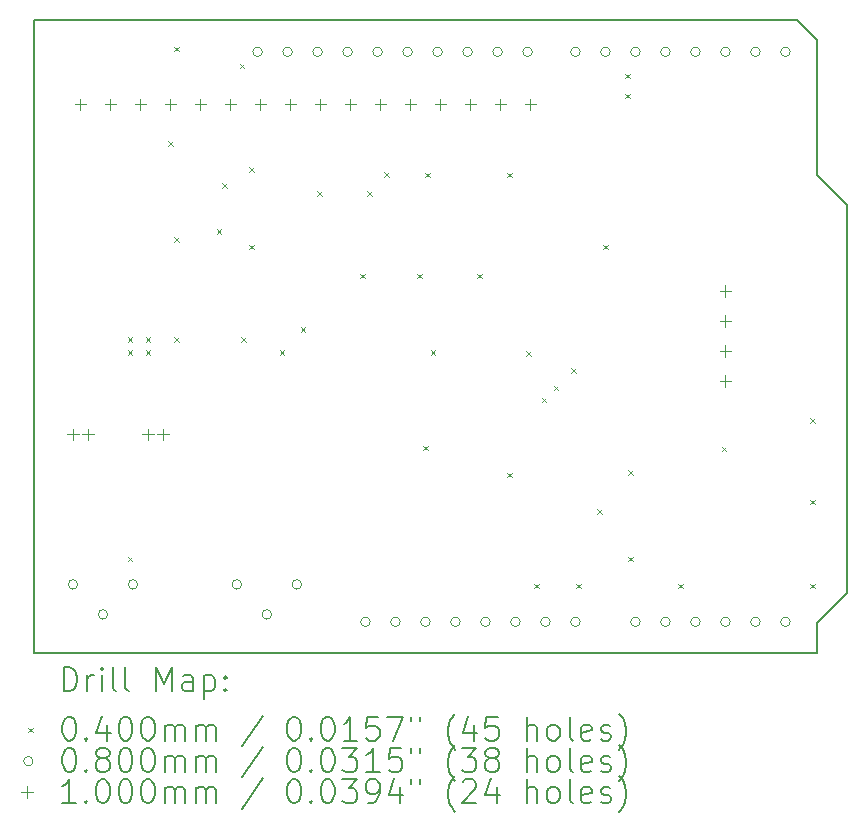
<source format=gbr>
%TF.GenerationSoftware,KiCad,Pcbnew,6.0.11-2627ca5db0~126~ubuntu20.04.1*%
%TF.CreationDate,2023-03-17T11:40:46+01:00*%
%TF.ProjectId,shield_a,73686965-6c64-45f6-912e-6b696361645f,2.0.1*%
%TF.SameCoordinates,Original*%
%TF.FileFunction,Drillmap*%
%TF.FilePolarity,Positive*%
%FSLAX45Y45*%
G04 Gerber Fmt 4.5, Leading zero omitted, Abs format (unit mm)*
G04 Created by KiCad (PCBNEW 6.0.11-2627ca5db0~126~ubuntu20.04.1) date 2023-03-17 11:40:46*
%MOMM*%
%LPD*%
G01*
G04 APERTURE LIST*
%ADD10C,0.150000*%
%ADD11C,0.200000*%
%ADD12C,0.040000*%
%ADD13C,0.080000*%
%ADD14C,0.100000*%
G04 APERTURE END LIST*
D10*
X10782300Y-6337300D02*
X10782300Y-11696700D01*
X17665700Y-7899400D02*
X17411700Y-7645400D01*
X10782300Y-11696700D02*
X17411700Y-11696700D01*
X17246600Y-6337300D02*
X10782300Y-6337300D01*
X17411700Y-7645400D02*
X17411700Y-6502400D01*
X17411700Y-11442700D02*
X17665700Y-11188700D01*
X17411700Y-11696700D02*
X17411700Y-11442700D01*
X17665700Y-11188700D02*
X17665700Y-7899400D01*
X17411700Y-6502400D02*
X17246600Y-6337300D01*
D11*
D12*
X11574540Y-9020000D02*
X11614540Y-9060000D01*
X11614540Y-9020000D02*
X11574540Y-9060000D01*
X11574540Y-9130000D02*
X11614540Y-9170000D01*
X11614540Y-9130000D02*
X11574540Y-9170000D01*
X11574540Y-10876600D02*
X11614540Y-10916600D01*
X11614540Y-10876600D02*
X11574540Y-10916600D01*
X11727500Y-9020000D02*
X11767500Y-9060000D01*
X11767500Y-9020000D02*
X11727500Y-9060000D01*
X11727500Y-9130000D02*
X11767500Y-9170000D01*
X11767500Y-9130000D02*
X11727500Y-9170000D01*
X11918000Y-7358600D02*
X11958000Y-7398600D01*
X11958000Y-7358600D02*
X11918000Y-7398600D01*
X11968800Y-6558600D02*
X12008800Y-6598600D01*
X12008800Y-6558600D02*
X11968800Y-6598600D01*
X11970800Y-8174710D02*
X12010800Y-8214710D01*
X12010800Y-8174710D02*
X11970800Y-8214710D01*
X11970800Y-9020000D02*
X12010800Y-9060000D01*
X12010800Y-9020000D02*
X11970800Y-9060000D01*
X12329531Y-8105000D02*
X12369531Y-8145000D01*
X12369531Y-8105000D02*
X12329531Y-8145000D01*
X12375200Y-7714300D02*
X12415200Y-7754300D01*
X12415200Y-7714300D02*
X12375200Y-7754300D01*
X12523640Y-6704110D02*
X12563640Y-6744110D01*
X12563640Y-6704110D02*
X12523640Y-6744110D01*
X12533750Y-9020000D02*
X12573750Y-9060000D01*
X12573750Y-9020000D02*
X12533750Y-9060000D01*
X12602810Y-7581780D02*
X12642810Y-7621780D01*
X12642810Y-7581780D02*
X12602810Y-7621780D01*
X12602810Y-8235000D02*
X12642810Y-8275000D01*
X12642810Y-8235000D02*
X12602810Y-8275000D01*
X12861740Y-9130000D02*
X12901740Y-9170000D01*
X12901740Y-9130000D02*
X12861740Y-9170000D01*
X13040000Y-8935050D02*
X13080000Y-8975050D01*
X13080000Y-8935050D02*
X13040000Y-8975050D01*
X13180000Y-7783220D02*
X13220000Y-7823220D01*
X13220000Y-7783220D02*
X13180000Y-7823220D01*
X13543600Y-8480000D02*
X13583600Y-8520000D01*
X13583600Y-8480000D02*
X13543600Y-8520000D01*
X13603690Y-7783220D02*
X13643690Y-7823220D01*
X13643690Y-7783220D02*
X13603690Y-7823220D01*
X13749730Y-7620230D02*
X13789730Y-7660230D01*
X13789730Y-7620230D02*
X13749730Y-7660230D01*
X14026200Y-8480000D02*
X14066200Y-8520000D01*
X14066200Y-8480000D02*
X14026200Y-8520000D01*
X14077000Y-9936800D02*
X14117000Y-9976800D01*
X14117000Y-9936800D02*
X14077000Y-9976800D01*
X14093470Y-7624810D02*
X14133470Y-7664810D01*
X14133470Y-7624810D02*
X14093470Y-7664810D01*
X14140500Y-9130000D02*
X14180500Y-9170000D01*
X14180500Y-9130000D02*
X14140500Y-9170000D01*
X14534200Y-8480000D02*
X14574200Y-8520000D01*
X14574200Y-8480000D02*
X14534200Y-8520000D01*
X14788200Y-7624810D02*
X14828200Y-7664810D01*
X14828200Y-7624810D02*
X14788200Y-7664810D01*
X14788200Y-10165400D02*
X14828200Y-10205400D01*
X14828200Y-10165400D02*
X14788200Y-10205400D01*
X14948311Y-9137711D02*
X14988311Y-9177711D01*
X14988311Y-9137711D02*
X14948311Y-9177711D01*
X15016800Y-11105200D02*
X15056800Y-11145200D01*
X15056800Y-11105200D02*
X15016800Y-11145200D01*
X15080000Y-9530000D02*
X15120000Y-9570000D01*
X15120000Y-9530000D02*
X15080000Y-9570000D01*
X15182210Y-9430000D02*
X15222210Y-9470000D01*
X15222210Y-9430000D02*
X15182210Y-9470000D01*
X15330000Y-9280000D02*
X15370000Y-9320000D01*
X15370000Y-9280000D02*
X15330000Y-9320000D01*
X15372400Y-11105200D02*
X15412400Y-11145200D01*
X15412400Y-11105200D02*
X15372400Y-11145200D01*
X15552050Y-10475000D02*
X15592050Y-10515000D01*
X15592050Y-10475000D02*
X15552050Y-10515000D01*
X15601000Y-8235000D02*
X15641000Y-8275000D01*
X15641000Y-8235000D02*
X15601000Y-8275000D01*
X15784890Y-6787200D02*
X15824890Y-6827200D01*
X15824890Y-6787200D02*
X15784890Y-6827200D01*
X15784890Y-6957190D02*
X15824890Y-6997190D01*
X15824890Y-6957190D02*
X15784890Y-6997190D01*
X15815570Y-10147000D02*
X15855570Y-10187000D01*
X15855570Y-10147000D02*
X15815570Y-10187000D01*
X15815570Y-10876600D02*
X15855570Y-10916600D01*
X15855570Y-10876600D02*
X15815570Y-10916600D01*
X16236000Y-11105200D02*
X16276000Y-11145200D01*
X16276000Y-11105200D02*
X16236000Y-11145200D01*
X16605000Y-9945000D02*
X16645000Y-9985000D01*
X16645000Y-9945000D02*
X16605000Y-9985000D01*
X17355000Y-9705000D02*
X17395000Y-9745000D01*
X17395000Y-9705000D02*
X17355000Y-9745000D01*
X17355000Y-10394000D02*
X17395000Y-10434000D01*
X17395000Y-10394000D02*
X17355000Y-10434000D01*
X17355000Y-11105200D02*
X17395000Y-11145200D01*
X17395000Y-11105200D02*
X17355000Y-11145200D01*
D13*
X11152500Y-11112500D02*
G75*
G03*
X11152500Y-11112500I-40000J0D01*
G01*
X11406500Y-11366500D02*
G75*
G03*
X11406500Y-11366500I-40000J0D01*
G01*
X11660500Y-11112500D02*
G75*
G03*
X11660500Y-11112500I-40000J0D01*
G01*
X12540000Y-11112500D02*
G75*
G03*
X12540000Y-11112500I-40000J0D01*
G01*
X12715000Y-6604000D02*
G75*
G03*
X12715000Y-6604000I-40000J0D01*
G01*
X12794000Y-11366500D02*
G75*
G03*
X12794000Y-11366500I-40000J0D01*
G01*
X12969000Y-6604000D02*
G75*
G03*
X12969000Y-6604000I-40000J0D01*
G01*
X13048000Y-11112500D02*
G75*
G03*
X13048000Y-11112500I-40000J0D01*
G01*
X13223000Y-6604000D02*
G75*
G03*
X13223000Y-6604000I-40000J0D01*
G01*
X13477000Y-6604000D02*
G75*
G03*
X13477000Y-6604000I-40000J0D01*
G01*
X13629000Y-11430000D02*
G75*
G03*
X13629000Y-11430000I-40000J0D01*
G01*
X13731000Y-6604000D02*
G75*
G03*
X13731000Y-6604000I-40000J0D01*
G01*
X13883000Y-11430000D02*
G75*
G03*
X13883000Y-11430000I-40000J0D01*
G01*
X13985000Y-6604000D02*
G75*
G03*
X13985000Y-6604000I-40000J0D01*
G01*
X14137000Y-11430000D02*
G75*
G03*
X14137000Y-11430000I-40000J0D01*
G01*
X14239000Y-6604000D02*
G75*
G03*
X14239000Y-6604000I-40000J0D01*
G01*
X14391000Y-11430000D02*
G75*
G03*
X14391000Y-11430000I-40000J0D01*
G01*
X14493000Y-6604000D02*
G75*
G03*
X14493000Y-6604000I-40000J0D01*
G01*
X14645000Y-11430000D02*
G75*
G03*
X14645000Y-11430000I-40000J0D01*
G01*
X14747000Y-6604000D02*
G75*
G03*
X14747000Y-6604000I-40000J0D01*
G01*
X14899000Y-11430000D02*
G75*
G03*
X14899000Y-11430000I-40000J0D01*
G01*
X15001000Y-6604000D02*
G75*
G03*
X15001000Y-6604000I-40000J0D01*
G01*
X15153000Y-11430000D02*
G75*
G03*
X15153000Y-11430000I-40000J0D01*
G01*
X15407000Y-6604000D02*
G75*
G03*
X15407000Y-6604000I-40000J0D01*
G01*
X15407000Y-11430000D02*
G75*
G03*
X15407000Y-11430000I-40000J0D01*
G01*
X15661000Y-6604000D02*
G75*
G03*
X15661000Y-6604000I-40000J0D01*
G01*
X15915000Y-6604000D02*
G75*
G03*
X15915000Y-6604000I-40000J0D01*
G01*
X15915000Y-11430000D02*
G75*
G03*
X15915000Y-11430000I-40000J0D01*
G01*
X16169000Y-6604000D02*
G75*
G03*
X16169000Y-6604000I-40000J0D01*
G01*
X16169000Y-11430000D02*
G75*
G03*
X16169000Y-11430000I-40000J0D01*
G01*
X16423000Y-6604000D02*
G75*
G03*
X16423000Y-6604000I-40000J0D01*
G01*
X16423000Y-11430000D02*
G75*
G03*
X16423000Y-11430000I-40000J0D01*
G01*
X16677000Y-6604000D02*
G75*
G03*
X16677000Y-6604000I-40000J0D01*
G01*
X16677000Y-11430000D02*
G75*
G03*
X16677000Y-11430000I-40000J0D01*
G01*
X16931000Y-6604000D02*
G75*
G03*
X16931000Y-6604000I-40000J0D01*
G01*
X16931000Y-11430000D02*
G75*
G03*
X16931000Y-11430000I-40000J0D01*
G01*
X17185000Y-6604000D02*
G75*
G03*
X17185000Y-6604000I-40000J0D01*
G01*
X17185000Y-11430000D02*
G75*
G03*
X17185000Y-11430000I-40000J0D01*
G01*
D14*
X11112500Y-9792500D02*
X11112500Y-9892500D01*
X11062500Y-9842500D02*
X11162500Y-9842500D01*
X11176000Y-6998500D02*
X11176000Y-7098500D01*
X11126000Y-7048500D02*
X11226000Y-7048500D01*
X11239500Y-9792500D02*
X11239500Y-9892500D01*
X11189500Y-9842500D02*
X11289500Y-9842500D01*
X11430000Y-6998500D02*
X11430000Y-7098500D01*
X11380000Y-7048500D02*
X11480000Y-7048500D01*
X11684000Y-6998500D02*
X11684000Y-7098500D01*
X11634000Y-7048500D02*
X11734000Y-7048500D01*
X11747500Y-9792500D02*
X11747500Y-9892500D01*
X11697500Y-9842500D02*
X11797500Y-9842500D01*
X11872500Y-9792500D02*
X11872500Y-9892500D01*
X11822500Y-9842500D02*
X11922500Y-9842500D01*
X11938000Y-6998500D02*
X11938000Y-7098500D01*
X11888000Y-7048500D02*
X11988000Y-7048500D01*
X12192000Y-6998500D02*
X12192000Y-7098500D01*
X12142000Y-7048500D02*
X12242000Y-7048500D01*
X12446000Y-6998500D02*
X12446000Y-7098500D01*
X12396000Y-7048500D02*
X12496000Y-7048500D01*
X12700000Y-6998500D02*
X12700000Y-7098500D01*
X12650000Y-7048500D02*
X12750000Y-7048500D01*
X12954000Y-6998500D02*
X12954000Y-7098500D01*
X12904000Y-7048500D02*
X13004000Y-7048500D01*
X13208000Y-6998500D02*
X13208000Y-7098500D01*
X13158000Y-7048500D02*
X13258000Y-7048500D01*
X13462000Y-6998500D02*
X13462000Y-7098500D01*
X13412000Y-7048500D02*
X13512000Y-7048500D01*
X13716000Y-6998500D02*
X13716000Y-7098500D01*
X13666000Y-7048500D02*
X13766000Y-7048500D01*
X13970000Y-6998500D02*
X13970000Y-7098500D01*
X13920000Y-7048500D02*
X14020000Y-7048500D01*
X14224000Y-6998500D02*
X14224000Y-7098500D01*
X14174000Y-7048500D02*
X14274000Y-7048500D01*
X14478000Y-6998500D02*
X14478000Y-7098500D01*
X14428000Y-7048500D02*
X14528000Y-7048500D01*
X14732000Y-6998500D02*
X14732000Y-7098500D01*
X14682000Y-7048500D02*
X14782000Y-7048500D01*
X14986000Y-6998500D02*
X14986000Y-7098500D01*
X14936000Y-7048500D02*
X15036000Y-7048500D01*
X16637000Y-8580000D02*
X16637000Y-8680000D01*
X16587000Y-8630000D02*
X16687000Y-8630000D01*
X16637000Y-8834000D02*
X16637000Y-8934000D01*
X16587000Y-8884000D02*
X16687000Y-8884000D01*
X16637000Y-9088000D02*
X16637000Y-9188000D01*
X16587000Y-9138000D02*
X16687000Y-9138000D01*
X16637000Y-9342000D02*
X16637000Y-9442000D01*
X16587000Y-9392000D02*
X16687000Y-9392000D01*
D11*
X11032419Y-12014676D02*
X11032419Y-11814676D01*
X11080038Y-11814676D01*
X11108610Y-11824200D01*
X11127657Y-11843248D01*
X11137181Y-11862295D01*
X11146705Y-11900390D01*
X11146705Y-11928962D01*
X11137181Y-11967057D01*
X11127657Y-11986105D01*
X11108610Y-12005152D01*
X11080038Y-12014676D01*
X11032419Y-12014676D01*
X11232419Y-12014676D02*
X11232419Y-11881343D01*
X11232419Y-11919438D02*
X11241943Y-11900390D01*
X11251467Y-11890867D01*
X11270514Y-11881343D01*
X11289562Y-11881343D01*
X11356228Y-12014676D02*
X11356228Y-11881343D01*
X11356228Y-11814676D02*
X11346705Y-11824200D01*
X11356228Y-11833724D01*
X11365752Y-11824200D01*
X11356228Y-11814676D01*
X11356228Y-11833724D01*
X11480038Y-12014676D02*
X11460990Y-12005152D01*
X11451467Y-11986105D01*
X11451467Y-11814676D01*
X11584800Y-12014676D02*
X11565752Y-12005152D01*
X11556228Y-11986105D01*
X11556228Y-11814676D01*
X11813371Y-12014676D02*
X11813371Y-11814676D01*
X11880038Y-11957533D01*
X11946705Y-11814676D01*
X11946705Y-12014676D01*
X12127657Y-12014676D02*
X12127657Y-11909914D01*
X12118133Y-11890867D01*
X12099086Y-11881343D01*
X12060990Y-11881343D01*
X12041943Y-11890867D01*
X12127657Y-12005152D02*
X12108609Y-12014676D01*
X12060990Y-12014676D01*
X12041943Y-12005152D01*
X12032419Y-11986105D01*
X12032419Y-11967057D01*
X12041943Y-11948009D01*
X12060990Y-11938486D01*
X12108609Y-11938486D01*
X12127657Y-11928962D01*
X12222895Y-11881343D02*
X12222895Y-12081343D01*
X12222895Y-11890867D02*
X12241943Y-11881343D01*
X12280038Y-11881343D01*
X12299086Y-11890867D01*
X12308609Y-11900390D01*
X12318133Y-11919438D01*
X12318133Y-11976581D01*
X12308609Y-11995628D01*
X12299086Y-12005152D01*
X12280038Y-12014676D01*
X12241943Y-12014676D01*
X12222895Y-12005152D01*
X12403848Y-11995628D02*
X12413371Y-12005152D01*
X12403848Y-12014676D01*
X12394324Y-12005152D01*
X12403848Y-11995628D01*
X12403848Y-12014676D01*
X12403848Y-11890867D02*
X12413371Y-11900390D01*
X12403848Y-11909914D01*
X12394324Y-11900390D01*
X12403848Y-11890867D01*
X12403848Y-11909914D01*
D12*
X10734800Y-12324200D02*
X10774800Y-12364200D01*
X10774800Y-12324200D02*
X10734800Y-12364200D01*
D11*
X11070514Y-12234676D02*
X11089562Y-12234676D01*
X11108610Y-12244200D01*
X11118133Y-12253724D01*
X11127657Y-12272771D01*
X11137181Y-12310867D01*
X11137181Y-12358486D01*
X11127657Y-12396581D01*
X11118133Y-12415628D01*
X11108610Y-12425152D01*
X11089562Y-12434676D01*
X11070514Y-12434676D01*
X11051467Y-12425152D01*
X11041943Y-12415628D01*
X11032419Y-12396581D01*
X11022895Y-12358486D01*
X11022895Y-12310867D01*
X11032419Y-12272771D01*
X11041943Y-12253724D01*
X11051467Y-12244200D01*
X11070514Y-12234676D01*
X11222895Y-12415628D02*
X11232419Y-12425152D01*
X11222895Y-12434676D01*
X11213371Y-12425152D01*
X11222895Y-12415628D01*
X11222895Y-12434676D01*
X11403848Y-12301343D02*
X11403848Y-12434676D01*
X11356228Y-12225152D02*
X11308609Y-12368009D01*
X11432419Y-12368009D01*
X11546705Y-12234676D02*
X11565752Y-12234676D01*
X11584800Y-12244200D01*
X11594324Y-12253724D01*
X11603848Y-12272771D01*
X11613371Y-12310867D01*
X11613371Y-12358486D01*
X11603848Y-12396581D01*
X11594324Y-12415628D01*
X11584800Y-12425152D01*
X11565752Y-12434676D01*
X11546705Y-12434676D01*
X11527657Y-12425152D01*
X11518133Y-12415628D01*
X11508609Y-12396581D01*
X11499086Y-12358486D01*
X11499086Y-12310867D01*
X11508609Y-12272771D01*
X11518133Y-12253724D01*
X11527657Y-12244200D01*
X11546705Y-12234676D01*
X11737181Y-12234676D02*
X11756228Y-12234676D01*
X11775276Y-12244200D01*
X11784800Y-12253724D01*
X11794324Y-12272771D01*
X11803848Y-12310867D01*
X11803848Y-12358486D01*
X11794324Y-12396581D01*
X11784800Y-12415628D01*
X11775276Y-12425152D01*
X11756228Y-12434676D01*
X11737181Y-12434676D01*
X11718133Y-12425152D01*
X11708609Y-12415628D01*
X11699086Y-12396581D01*
X11689562Y-12358486D01*
X11689562Y-12310867D01*
X11699086Y-12272771D01*
X11708609Y-12253724D01*
X11718133Y-12244200D01*
X11737181Y-12234676D01*
X11889562Y-12434676D02*
X11889562Y-12301343D01*
X11889562Y-12320390D02*
X11899086Y-12310867D01*
X11918133Y-12301343D01*
X11946705Y-12301343D01*
X11965752Y-12310867D01*
X11975276Y-12329914D01*
X11975276Y-12434676D01*
X11975276Y-12329914D02*
X11984800Y-12310867D01*
X12003848Y-12301343D01*
X12032419Y-12301343D01*
X12051467Y-12310867D01*
X12060990Y-12329914D01*
X12060990Y-12434676D01*
X12156228Y-12434676D02*
X12156228Y-12301343D01*
X12156228Y-12320390D02*
X12165752Y-12310867D01*
X12184800Y-12301343D01*
X12213371Y-12301343D01*
X12232419Y-12310867D01*
X12241943Y-12329914D01*
X12241943Y-12434676D01*
X12241943Y-12329914D02*
X12251467Y-12310867D01*
X12270514Y-12301343D01*
X12299086Y-12301343D01*
X12318133Y-12310867D01*
X12327657Y-12329914D01*
X12327657Y-12434676D01*
X12718133Y-12225152D02*
X12546705Y-12482295D01*
X12975276Y-12234676D02*
X12994324Y-12234676D01*
X13013371Y-12244200D01*
X13022895Y-12253724D01*
X13032419Y-12272771D01*
X13041943Y-12310867D01*
X13041943Y-12358486D01*
X13032419Y-12396581D01*
X13022895Y-12415628D01*
X13013371Y-12425152D01*
X12994324Y-12434676D01*
X12975276Y-12434676D01*
X12956228Y-12425152D01*
X12946705Y-12415628D01*
X12937181Y-12396581D01*
X12927657Y-12358486D01*
X12927657Y-12310867D01*
X12937181Y-12272771D01*
X12946705Y-12253724D01*
X12956228Y-12244200D01*
X12975276Y-12234676D01*
X13127657Y-12415628D02*
X13137181Y-12425152D01*
X13127657Y-12434676D01*
X13118133Y-12425152D01*
X13127657Y-12415628D01*
X13127657Y-12434676D01*
X13260990Y-12234676D02*
X13280038Y-12234676D01*
X13299086Y-12244200D01*
X13308609Y-12253724D01*
X13318133Y-12272771D01*
X13327657Y-12310867D01*
X13327657Y-12358486D01*
X13318133Y-12396581D01*
X13308609Y-12415628D01*
X13299086Y-12425152D01*
X13280038Y-12434676D01*
X13260990Y-12434676D01*
X13241943Y-12425152D01*
X13232419Y-12415628D01*
X13222895Y-12396581D01*
X13213371Y-12358486D01*
X13213371Y-12310867D01*
X13222895Y-12272771D01*
X13232419Y-12253724D01*
X13241943Y-12244200D01*
X13260990Y-12234676D01*
X13518133Y-12434676D02*
X13403848Y-12434676D01*
X13460990Y-12434676D02*
X13460990Y-12234676D01*
X13441943Y-12263248D01*
X13422895Y-12282295D01*
X13403848Y-12291819D01*
X13699086Y-12234676D02*
X13603848Y-12234676D01*
X13594324Y-12329914D01*
X13603848Y-12320390D01*
X13622895Y-12310867D01*
X13670514Y-12310867D01*
X13689562Y-12320390D01*
X13699086Y-12329914D01*
X13708609Y-12348962D01*
X13708609Y-12396581D01*
X13699086Y-12415628D01*
X13689562Y-12425152D01*
X13670514Y-12434676D01*
X13622895Y-12434676D01*
X13603848Y-12425152D01*
X13594324Y-12415628D01*
X13775276Y-12234676D02*
X13908609Y-12234676D01*
X13822895Y-12434676D01*
X13975276Y-12234676D02*
X13975276Y-12272771D01*
X14051467Y-12234676D02*
X14051467Y-12272771D01*
X14346705Y-12510867D02*
X14337181Y-12501343D01*
X14318133Y-12472771D01*
X14308609Y-12453724D01*
X14299086Y-12425152D01*
X14289562Y-12377533D01*
X14289562Y-12339438D01*
X14299086Y-12291819D01*
X14308609Y-12263248D01*
X14318133Y-12244200D01*
X14337181Y-12215628D01*
X14346705Y-12206105D01*
X14508609Y-12301343D02*
X14508609Y-12434676D01*
X14460990Y-12225152D02*
X14413371Y-12368009D01*
X14537181Y-12368009D01*
X14708609Y-12234676D02*
X14613371Y-12234676D01*
X14603848Y-12329914D01*
X14613371Y-12320390D01*
X14632419Y-12310867D01*
X14680038Y-12310867D01*
X14699086Y-12320390D01*
X14708609Y-12329914D01*
X14718133Y-12348962D01*
X14718133Y-12396581D01*
X14708609Y-12415628D01*
X14699086Y-12425152D01*
X14680038Y-12434676D01*
X14632419Y-12434676D01*
X14613371Y-12425152D01*
X14603848Y-12415628D01*
X14956228Y-12434676D02*
X14956228Y-12234676D01*
X15041943Y-12434676D02*
X15041943Y-12329914D01*
X15032419Y-12310867D01*
X15013371Y-12301343D01*
X14984800Y-12301343D01*
X14965752Y-12310867D01*
X14956228Y-12320390D01*
X15165752Y-12434676D02*
X15146705Y-12425152D01*
X15137181Y-12415628D01*
X15127657Y-12396581D01*
X15127657Y-12339438D01*
X15137181Y-12320390D01*
X15146705Y-12310867D01*
X15165752Y-12301343D01*
X15194324Y-12301343D01*
X15213371Y-12310867D01*
X15222895Y-12320390D01*
X15232419Y-12339438D01*
X15232419Y-12396581D01*
X15222895Y-12415628D01*
X15213371Y-12425152D01*
X15194324Y-12434676D01*
X15165752Y-12434676D01*
X15346705Y-12434676D02*
X15327657Y-12425152D01*
X15318133Y-12406105D01*
X15318133Y-12234676D01*
X15499086Y-12425152D02*
X15480038Y-12434676D01*
X15441943Y-12434676D01*
X15422895Y-12425152D01*
X15413371Y-12406105D01*
X15413371Y-12329914D01*
X15422895Y-12310867D01*
X15441943Y-12301343D01*
X15480038Y-12301343D01*
X15499086Y-12310867D01*
X15508609Y-12329914D01*
X15508609Y-12348962D01*
X15413371Y-12368009D01*
X15584800Y-12425152D02*
X15603848Y-12434676D01*
X15641943Y-12434676D01*
X15660990Y-12425152D01*
X15670514Y-12406105D01*
X15670514Y-12396581D01*
X15660990Y-12377533D01*
X15641943Y-12368009D01*
X15613371Y-12368009D01*
X15594324Y-12358486D01*
X15584800Y-12339438D01*
X15584800Y-12329914D01*
X15594324Y-12310867D01*
X15613371Y-12301343D01*
X15641943Y-12301343D01*
X15660990Y-12310867D01*
X15737181Y-12510867D02*
X15746705Y-12501343D01*
X15765752Y-12472771D01*
X15775276Y-12453724D01*
X15784800Y-12425152D01*
X15794324Y-12377533D01*
X15794324Y-12339438D01*
X15784800Y-12291819D01*
X15775276Y-12263248D01*
X15765752Y-12244200D01*
X15746705Y-12215628D01*
X15737181Y-12206105D01*
D13*
X10774800Y-12608200D02*
G75*
G03*
X10774800Y-12608200I-40000J0D01*
G01*
D11*
X11070514Y-12498676D02*
X11089562Y-12498676D01*
X11108610Y-12508200D01*
X11118133Y-12517724D01*
X11127657Y-12536771D01*
X11137181Y-12574867D01*
X11137181Y-12622486D01*
X11127657Y-12660581D01*
X11118133Y-12679628D01*
X11108610Y-12689152D01*
X11089562Y-12698676D01*
X11070514Y-12698676D01*
X11051467Y-12689152D01*
X11041943Y-12679628D01*
X11032419Y-12660581D01*
X11022895Y-12622486D01*
X11022895Y-12574867D01*
X11032419Y-12536771D01*
X11041943Y-12517724D01*
X11051467Y-12508200D01*
X11070514Y-12498676D01*
X11222895Y-12679628D02*
X11232419Y-12689152D01*
X11222895Y-12698676D01*
X11213371Y-12689152D01*
X11222895Y-12679628D01*
X11222895Y-12698676D01*
X11346705Y-12584390D02*
X11327657Y-12574867D01*
X11318133Y-12565343D01*
X11308609Y-12546295D01*
X11308609Y-12536771D01*
X11318133Y-12517724D01*
X11327657Y-12508200D01*
X11346705Y-12498676D01*
X11384800Y-12498676D01*
X11403848Y-12508200D01*
X11413371Y-12517724D01*
X11422895Y-12536771D01*
X11422895Y-12546295D01*
X11413371Y-12565343D01*
X11403848Y-12574867D01*
X11384800Y-12584390D01*
X11346705Y-12584390D01*
X11327657Y-12593914D01*
X11318133Y-12603438D01*
X11308609Y-12622486D01*
X11308609Y-12660581D01*
X11318133Y-12679628D01*
X11327657Y-12689152D01*
X11346705Y-12698676D01*
X11384800Y-12698676D01*
X11403848Y-12689152D01*
X11413371Y-12679628D01*
X11422895Y-12660581D01*
X11422895Y-12622486D01*
X11413371Y-12603438D01*
X11403848Y-12593914D01*
X11384800Y-12584390D01*
X11546705Y-12498676D02*
X11565752Y-12498676D01*
X11584800Y-12508200D01*
X11594324Y-12517724D01*
X11603848Y-12536771D01*
X11613371Y-12574867D01*
X11613371Y-12622486D01*
X11603848Y-12660581D01*
X11594324Y-12679628D01*
X11584800Y-12689152D01*
X11565752Y-12698676D01*
X11546705Y-12698676D01*
X11527657Y-12689152D01*
X11518133Y-12679628D01*
X11508609Y-12660581D01*
X11499086Y-12622486D01*
X11499086Y-12574867D01*
X11508609Y-12536771D01*
X11518133Y-12517724D01*
X11527657Y-12508200D01*
X11546705Y-12498676D01*
X11737181Y-12498676D02*
X11756228Y-12498676D01*
X11775276Y-12508200D01*
X11784800Y-12517724D01*
X11794324Y-12536771D01*
X11803848Y-12574867D01*
X11803848Y-12622486D01*
X11794324Y-12660581D01*
X11784800Y-12679628D01*
X11775276Y-12689152D01*
X11756228Y-12698676D01*
X11737181Y-12698676D01*
X11718133Y-12689152D01*
X11708609Y-12679628D01*
X11699086Y-12660581D01*
X11689562Y-12622486D01*
X11689562Y-12574867D01*
X11699086Y-12536771D01*
X11708609Y-12517724D01*
X11718133Y-12508200D01*
X11737181Y-12498676D01*
X11889562Y-12698676D02*
X11889562Y-12565343D01*
X11889562Y-12584390D02*
X11899086Y-12574867D01*
X11918133Y-12565343D01*
X11946705Y-12565343D01*
X11965752Y-12574867D01*
X11975276Y-12593914D01*
X11975276Y-12698676D01*
X11975276Y-12593914D02*
X11984800Y-12574867D01*
X12003848Y-12565343D01*
X12032419Y-12565343D01*
X12051467Y-12574867D01*
X12060990Y-12593914D01*
X12060990Y-12698676D01*
X12156228Y-12698676D02*
X12156228Y-12565343D01*
X12156228Y-12584390D02*
X12165752Y-12574867D01*
X12184800Y-12565343D01*
X12213371Y-12565343D01*
X12232419Y-12574867D01*
X12241943Y-12593914D01*
X12241943Y-12698676D01*
X12241943Y-12593914D02*
X12251467Y-12574867D01*
X12270514Y-12565343D01*
X12299086Y-12565343D01*
X12318133Y-12574867D01*
X12327657Y-12593914D01*
X12327657Y-12698676D01*
X12718133Y-12489152D02*
X12546705Y-12746295D01*
X12975276Y-12498676D02*
X12994324Y-12498676D01*
X13013371Y-12508200D01*
X13022895Y-12517724D01*
X13032419Y-12536771D01*
X13041943Y-12574867D01*
X13041943Y-12622486D01*
X13032419Y-12660581D01*
X13022895Y-12679628D01*
X13013371Y-12689152D01*
X12994324Y-12698676D01*
X12975276Y-12698676D01*
X12956228Y-12689152D01*
X12946705Y-12679628D01*
X12937181Y-12660581D01*
X12927657Y-12622486D01*
X12927657Y-12574867D01*
X12937181Y-12536771D01*
X12946705Y-12517724D01*
X12956228Y-12508200D01*
X12975276Y-12498676D01*
X13127657Y-12679628D02*
X13137181Y-12689152D01*
X13127657Y-12698676D01*
X13118133Y-12689152D01*
X13127657Y-12679628D01*
X13127657Y-12698676D01*
X13260990Y-12498676D02*
X13280038Y-12498676D01*
X13299086Y-12508200D01*
X13308609Y-12517724D01*
X13318133Y-12536771D01*
X13327657Y-12574867D01*
X13327657Y-12622486D01*
X13318133Y-12660581D01*
X13308609Y-12679628D01*
X13299086Y-12689152D01*
X13280038Y-12698676D01*
X13260990Y-12698676D01*
X13241943Y-12689152D01*
X13232419Y-12679628D01*
X13222895Y-12660581D01*
X13213371Y-12622486D01*
X13213371Y-12574867D01*
X13222895Y-12536771D01*
X13232419Y-12517724D01*
X13241943Y-12508200D01*
X13260990Y-12498676D01*
X13394324Y-12498676D02*
X13518133Y-12498676D01*
X13451467Y-12574867D01*
X13480038Y-12574867D01*
X13499086Y-12584390D01*
X13508609Y-12593914D01*
X13518133Y-12612962D01*
X13518133Y-12660581D01*
X13508609Y-12679628D01*
X13499086Y-12689152D01*
X13480038Y-12698676D01*
X13422895Y-12698676D01*
X13403848Y-12689152D01*
X13394324Y-12679628D01*
X13708609Y-12698676D02*
X13594324Y-12698676D01*
X13651467Y-12698676D02*
X13651467Y-12498676D01*
X13632419Y-12527248D01*
X13613371Y-12546295D01*
X13594324Y-12555819D01*
X13889562Y-12498676D02*
X13794324Y-12498676D01*
X13784800Y-12593914D01*
X13794324Y-12584390D01*
X13813371Y-12574867D01*
X13860990Y-12574867D01*
X13880038Y-12584390D01*
X13889562Y-12593914D01*
X13899086Y-12612962D01*
X13899086Y-12660581D01*
X13889562Y-12679628D01*
X13880038Y-12689152D01*
X13860990Y-12698676D01*
X13813371Y-12698676D01*
X13794324Y-12689152D01*
X13784800Y-12679628D01*
X13975276Y-12498676D02*
X13975276Y-12536771D01*
X14051467Y-12498676D02*
X14051467Y-12536771D01*
X14346705Y-12774867D02*
X14337181Y-12765343D01*
X14318133Y-12736771D01*
X14308609Y-12717724D01*
X14299086Y-12689152D01*
X14289562Y-12641533D01*
X14289562Y-12603438D01*
X14299086Y-12555819D01*
X14308609Y-12527248D01*
X14318133Y-12508200D01*
X14337181Y-12479628D01*
X14346705Y-12470105D01*
X14403848Y-12498676D02*
X14527657Y-12498676D01*
X14460990Y-12574867D01*
X14489562Y-12574867D01*
X14508609Y-12584390D01*
X14518133Y-12593914D01*
X14527657Y-12612962D01*
X14527657Y-12660581D01*
X14518133Y-12679628D01*
X14508609Y-12689152D01*
X14489562Y-12698676D01*
X14432419Y-12698676D01*
X14413371Y-12689152D01*
X14403848Y-12679628D01*
X14641943Y-12584390D02*
X14622895Y-12574867D01*
X14613371Y-12565343D01*
X14603848Y-12546295D01*
X14603848Y-12536771D01*
X14613371Y-12517724D01*
X14622895Y-12508200D01*
X14641943Y-12498676D01*
X14680038Y-12498676D01*
X14699086Y-12508200D01*
X14708609Y-12517724D01*
X14718133Y-12536771D01*
X14718133Y-12546295D01*
X14708609Y-12565343D01*
X14699086Y-12574867D01*
X14680038Y-12584390D01*
X14641943Y-12584390D01*
X14622895Y-12593914D01*
X14613371Y-12603438D01*
X14603848Y-12622486D01*
X14603848Y-12660581D01*
X14613371Y-12679628D01*
X14622895Y-12689152D01*
X14641943Y-12698676D01*
X14680038Y-12698676D01*
X14699086Y-12689152D01*
X14708609Y-12679628D01*
X14718133Y-12660581D01*
X14718133Y-12622486D01*
X14708609Y-12603438D01*
X14699086Y-12593914D01*
X14680038Y-12584390D01*
X14956228Y-12698676D02*
X14956228Y-12498676D01*
X15041943Y-12698676D02*
X15041943Y-12593914D01*
X15032419Y-12574867D01*
X15013371Y-12565343D01*
X14984800Y-12565343D01*
X14965752Y-12574867D01*
X14956228Y-12584390D01*
X15165752Y-12698676D02*
X15146705Y-12689152D01*
X15137181Y-12679628D01*
X15127657Y-12660581D01*
X15127657Y-12603438D01*
X15137181Y-12584390D01*
X15146705Y-12574867D01*
X15165752Y-12565343D01*
X15194324Y-12565343D01*
X15213371Y-12574867D01*
X15222895Y-12584390D01*
X15232419Y-12603438D01*
X15232419Y-12660581D01*
X15222895Y-12679628D01*
X15213371Y-12689152D01*
X15194324Y-12698676D01*
X15165752Y-12698676D01*
X15346705Y-12698676D02*
X15327657Y-12689152D01*
X15318133Y-12670105D01*
X15318133Y-12498676D01*
X15499086Y-12689152D02*
X15480038Y-12698676D01*
X15441943Y-12698676D01*
X15422895Y-12689152D01*
X15413371Y-12670105D01*
X15413371Y-12593914D01*
X15422895Y-12574867D01*
X15441943Y-12565343D01*
X15480038Y-12565343D01*
X15499086Y-12574867D01*
X15508609Y-12593914D01*
X15508609Y-12612962D01*
X15413371Y-12632009D01*
X15584800Y-12689152D02*
X15603848Y-12698676D01*
X15641943Y-12698676D01*
X15660990Y-12689152D01*
X15670514Y-12670105D01*
X15670514Y-12660581D01*
X15660990Y-12641533D01*
X15641943Y-12632009D01*
X15613371Y-12632009D01*
X15594324Y-12622486D01*
X15584800Y-12603438D01*
X15584800Y-12593914D01*
X15594324Y-12574867D01*
X15613371Y-12565343D01*
X15641943Y-12565343D01*
X15660990Y-12574867D01*
X15737181Y-12774867D02*
X15746705Y-12765343D01*
X15765752Y-12736771D01*
X15775276Y-12717724D01*
X15784800Y-12689152D01*
X15794324Y-12641533D01*
X15794324Y-12603438D01*
X15784800Y-12555819D01*
X15775276Y-12527248D01*
X15765752Y-12508200D01*
X15746705Y-12479628D01*
X15737181Y-12470105D01*
D14*
X10724800Y-12822200D02*
X10724800Y-12922200D01*
X10674800Y-12872200D02*
X10774800Y-12872200D01*
D11*
X11137181Y-12962676D02*
X11022895Y-12962676D01*
X11080038Y-12962676D02*
X11080038Y-12762676D01*
X11060990Y-12791248D01*
X11041943Y-12810295D01*
X11022895Y-12819819D01*
X11222895Y-12943628D02*
X11232419Y-12953152D01*
X11222895Y-12962676D01*
X11213371Y-12953152D01*
X11222895Y-12943628D01*
X11222895Y-12962676D01*
X11356228Y-12762676D02*
X11375276Y-12762676D01*
X11394324Y-12772200D01*
X11403848Y-12781724D01*
X11413371Y-12800771D01*
X11422895Y-12838867D01*
X11422895Y-12886486D01*
X11413371Y-12924581D01*
X11403848Y-12943628D01*
X11394324Y-12953152D01*
X11375276Y-12962676D01*
X11356228Y-12962676D01*
X11337181Y-12953152D01*
X11327657Y-12943628D01*
X11318133Y-12924581D01*
X11308609Y-12886486D01*
X11308609Y-12838867D01*
X11318133Y-12800771D01*
X11327657Y-12781724D01*
X11337181Y-12772200D01*
X11356228Y-12762676D01*
X11546705Y-12762676D02*
X11565752Y-12762676D01*
X11584800Y-12772200D01*
X11594324Y-12781724D01*
X11603848Y-12800771D01*
X11613371Y-12838867D01*
X11613371Y-12886486D01*
X11603848Y-12924581D01*
X11594324Y-12943628D01*
X11584800Y-12953152D01*
X11565752Y-12962676D01*
X11546705Y-12962676D01*
X11527657Y-12953152D01*
X11518133Y-12943628D01*
X11508609Y-12924581D01*
X11499086Y-12886486D01*
X11499086Y-12838867D01*
X11508609Y-12800771D01*
X11518133Y-12781724D01*
X11527657Y-12772200D01*
X11546705Y-12762676D01*
X11737181Y-12762676D02*
X11756228Y-12762676D01*
X11775276Y-12772200D01*
X11784800Y-12781724D01*
X11794324Y-12800771D01*
X11803848Y-12838867D01*
X11803848Y-12886486D01*
X11794324Y-12924581D01*
X11784800Y-12943628D01*
X11775276Y-12953152D01*
X11756228Y-12962676D01*
X11737181Y-12962676D01*
X11718133Y-12953152D01*
X11708609Y-12943628D01*
X11699086Y-12924581D01*
X11689562Y-12886486D01*
X11689562Y-12838867D01*
X11699086Y-12800771D01*
X11708609Y-12781724D01*
X11718133Y-12772200D01*
X11737181Y-12762676D01*
X11889562Y-12962676D02*
X11889562Y-12829343D01*
X11889562Y-12848390D02*
X11899086Y-12838867D01*
X11918133Y-12829343D01*
X11946705Y-12829343D01*
X11965752Y-12838867D01*
X11975276Y-12857914D01*
X11975276Y-12962676D01*
X11975276Y-12857914D02*
X11984800Y-12838867D01*
X12003848Y-12829343D01*
X12032419Y-12829343D01*
X12051467Y-12838867D01*
X12060990Y-12857914D01*
X12060990Y-12962676D01*
X12156228Y-12962676D02*
X12156228Y-12829343D01*
X12156228Y-12848390D02*
X12165752Y-12838867D01*
X12184800Y-12829343D01*
X12213371Y-12829343D01*
X12232419Y-12838867D01*
X12241943Y-12857914D01*
X12241943Y-12962676D01*
X12241943Y-12857914D02*
X12251467Y-12838867D01*
X12270514Y-12829343D01*
X12299086Y-12829343D01*
X12318133Y-12838867D01*
X12327657Y-12857914D01*
X12327657Y-12962676D01*
X12718133Y-12753152D02*
X12546705Y-13010295D01*
X12975276Y-12762676D02*
X12994324Y-12762676D01*
X13013371Y-12772200D01*
X13022895Y-12781724D01*
X13032419Y-12800771D01*
X13041943Y-12838867D01*
X13041943Y-12886486D01*
X13032419Y-12924581D01*
X13022895Y-12943628D01*
X13013371Y-12953152D01*
X12994324Y-12962676D01*
X12975276Y-12962676D01*
X12956228Y-12953152D01*
X12946705Y-12943628D01*
X12937181Y-12924581D01*
X12927657Y-12886486D01*
X12927657Y-12838867D01*
X12937181Y-12800771D01*
X12946705Y-12781724D01*
X12956228Y-12772200D01*
X12975276Y-12762676D01*
X13127657Y-12943628D02*
X13137181Y-12953152D01*
X13127657Y-12962676D01*
X13118133Y-12953152D01*
X13127657Y-12943628D01*
X13127657Y-12962676D01*
X13260990Y-12762676D02*
X13280038Y-12762676D01*
X13299086Y-12772200D01*
X13308609Y-12781724D01*
X13318133Y-12800771D01*
X13327657Y-12838867D01*
X13327657Y-12886486D01*
X13318133Y-12924581D01*
X13308609Y-12943628D01*
X13299086Y-12953152D01*
X13280038Y-12962676D01*
X13260990Y-12962676D01*
X13241943Y-12953152D01*
X13232419Y-12943628D01*
X13222895Y-12924581D01*
X13213371Y-12886486D01*
X13213371Y-12838867D01*
X13222895Y-12800771D01*
X13232419Y-12781724D01*
X13241943Y-12772200D01*
X13260990Y-12762676D01*
X13394324Y-12762676D02*
X13518133Y-12762676D01*
X13451467Y-12838867D01*
X13480038Y-12838867D01*
X13499086Y-12848390D01*
X13508609Y-12857914D01*
X13518133Y-12876962D01*
X13518133Y-12924581D01*
X13508609Y-12943628D01*
X13499086Y-12953152D01*
X13480038Y-12962676D01*
X13422895Y-12962676D01*
X13403848Y-12953152D01*
X13394324Y-12943628D01*
X13613371Y-12962676D02*
X13651467Y-12962676D01*
X13670514Y-12953152D01*
X13680038Y-12943628D01*
X13699086Y-12915057D01*
X13708609Y-12876962D01*
X13708609Y-12800771D01*
X13699086Y-12781724D01*
X13689562Y-12772200D01*
X13670514Y-12762676D01*
X13632419Y-12762676D01*
X13613371Y-12772200D01*
X13603848Y-12781724D01*
X13594324Y-12800771D01*
X13594324Y-12848390D01*
X13603848Y-12867438D01*
X13613371Y-12876962D01*
X13632419Y-12886486D01*
X13670514Y-12886486D01*
X13689562Y-12876962D01*
X13699086Y-12867438D01*
X13708609Y-12848390D01*
X13880038Y-12829343D02*
X13880038Y-12962676D01*
X13832419Y-12753152D02*
X13784800Y-12896009D01*
X13908609Y-12896009D01*
X13975276Y-12762676D02*
X13975276Y-12800771D01*
X14051467Y-12762676D02*
X14051467Y-12800771D01*
X14346705Y-13038867D02*
X14337181Y-13029343D01*
X14318133Y-13000771D01*
X14308609Y-12981724D01*
X14299086Y-12953152D01*
X14289562Y-12905533D01*
X14289562Y-12867438D01*
X14299086Y-12819819D01*
X14308609Y-12791248D01*
X14318133Y-12772200D01*
X14337181Y-12743628D01*
X14346705Y-12734105D01*
X14413371Y-12781724D02*
X14422895Y-12772200D01*
X14441943Y-12762676D01*
X14489562Y-12762676D01*
X14508609Y-12772200D01*
X14518133Y-12781724D01*
X14527657Y-12800771D01*
X14527657Y-12819819D01*
X14518133Y-12848390D01*
X14403848Y-12962676D01*
X14527657Y-12962676D01*
X14699086Y-12829343D02*
X14699086Y-12962676D01*
X14651467Y-12753152D02*
X14603848Y-12896009D01*
X14727657Y-12896009D01*
X14956228Y-12962676D02*
X14956228Y-12762676D01*
X15041943Y-12962676D02*
X15041943Y-12857914D01*
X15032419Y-12838867D01*
X15013371Y-12829343D01*
X14984800Y-12829343D01*
X14965752Y-12838867D01*
X14956228Y-12848390D01*
X15165752Y-12962676D02*
X15146705Y-12953152D01*
X15137181Y-12943628D01*
X15127657Y-12924581D01*
X15127657Y-12867438D01*
X15137181Y-12848390D01*
X15146705Y-12838867D01*
X15165752Y-12829343D01*
X15194324Y-12829343D01*
X15213371Y-12838867D01*
X15222895Y-12848390D01*
X15232419Y-12867438D01*
X15232419Y-12924581D01*
X15222895Y-12943628D01*
X15213371Y-12953152D01*
X15194324Y-12962676D01*
X15165752Y-12962676D01*
X15346705Y-12962676D02*
X15327657Y-12953152D01*
X15318133Y-12934105D01*
X15318133Y-12762676D01*
X15499086Y-12953152D02*
X15480038Y-12962676D01*
X15441943Y-12962676D01*
X15422895Y-12953152D01*
X15413371Y-12934105D01*
X15413371Y-12857914D01*
X15422895Y-12838867D01*
X15441943Y-12829343D01*
X15480038Y-12829343D01*
X15499086Y-12838867D01*
X15508609Y-12857914D01*
X15508609Y-12876962D01*
X15413371Y-12896009D01*
X15584800Y-12953152D02*
X15603848Y-12962676D01*
X15641943Y-12962676D01*
X15660990Y-12953152D01*
X15670514Y-12934105D01*
X15670514Y-12924581D01*
X15660990Y-12905533D01*
X15641943Y-12896009D01*
X15613371Y-12896009D01*
X15594324Y-12886486D01*
X15584800Y-12867438D01*
X15584800Y-12857914D01*
X15594324Y-12838867D01*
X15613371Y-12829343D01*
X15641943Y-12829343D01*
X15660990Y-12838867D01*
X15737181Y-13038867D02*
X15746705Y-13029343D01*
X15765752Y-13000771D01*
X15775276Y-12981724D01*
X15784800Y-12953152D01*
X15794324Y-12905533D01*
X15794324Y-12867438D01*
X15784800Y-12819819D01*
X15775276Y-12791248D01*
X15765752Y-12772200D01*
X15746705Y-12743628D01*
X15737181Y-12734105D01*
M02*

</source>
